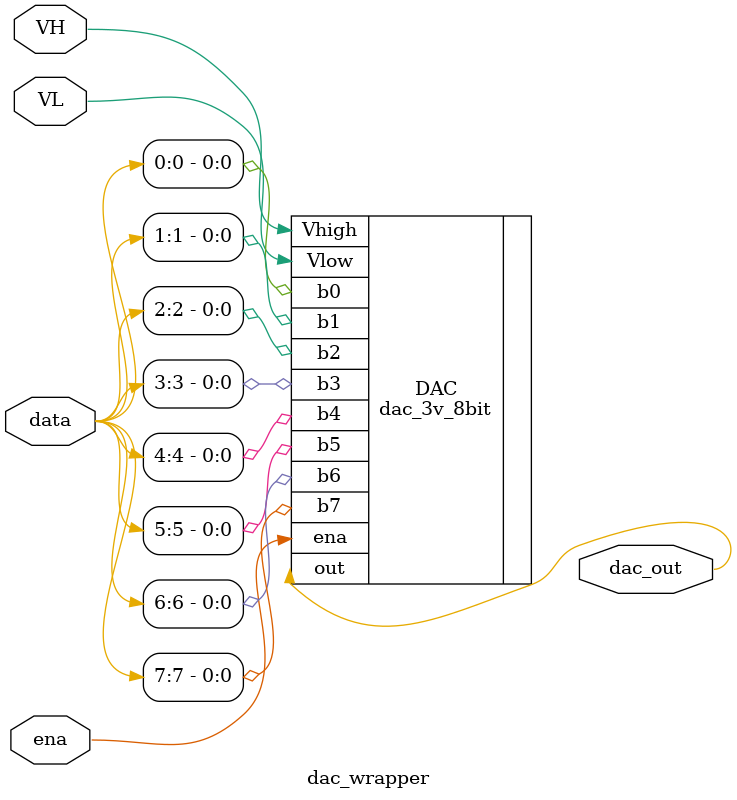
<source format=v>


`timescale 1ns/1ns

`default_nettype  none
`timescale        1ns/1ps
`ifdef SYN
`define REAL real
`else
`define REAL
`endif

module dac_wrapper #(parameter FUNCTIONAL = 1) ( 
`ifdef USE_POWER_PINS
    input             VDD,
    input             VSS,
    input             DVDD,
    input             DVSS,
`endif
    input             ena,
   `ifndef COCOTB_SIM
    `ifndef PnR
    input `REAL        VH,
    input `REAL        VL,
    `endif // ! PnR
   `else 
    input real         VH,
    input real         VL,
   `endif // ! COCOTB_SIM
    input [7:0]      data,
   `ifndef COCOTB_SIM
    `ifndef PnR
      output `REAL dac_out
    `endif // ! PnR
   `else 
      output real dac_out
   `endif // ! COCOTB_SIM
);

    dac_3v_8bit #(.FUNCTIONAL(FUNCTIONAL)) DAC (
      `ifdef USE_POWER_PINS
        .vdd(VDD),
        .vss(VSS),
        .dvdd(DVDD),
        .dvss(DVSS),
      `endif
      `ifndef PnR
        .Vlow(VL),
        .Vhigh(VH),
        .out(dac_out),
      `endif
        .b0(data[0]),
        .b1(data[1]),
        .b2(data[2]),
        .b3(data[3]),
        .b4(data[4]),
        .b5(data[5]),
        .b6(data[6]),
        .b7(data[7]),
        .ena(ena)
      );


endmodule
</source>
